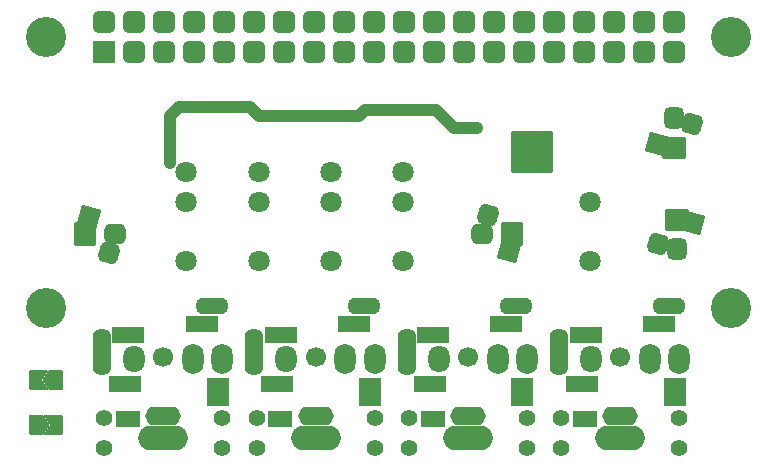
<source format=gts>
%TF.GenerationSoftware,KiCad,Pcbnew,7.0.9-7.0.9~ubuntu22.04.1*%
%TF.CreationDate,2023-12-11T10:38:12-03:00*%
%TF.ProjectId,WM_RB-HAT,574d5f52-422d-4484-9154-2e6b69636164,rev?*%
%TF.SameCoordinates,Original*%
%TF.FileFunction,Soldermask,Top*%
%TF.FilePolarity,Negative*%
%FSLAX46Y46*%
G04 Gerber Fmt 4.6, Leading zero omitted, Abs format (unit mm)*
G04 Created by KiCad (PCBNEW 7.0.9-7.0.9~ubuntu22.04.1) date 2023-12-11 10:38:12*
%MOMM*%
%LPD*%
G01*
G04 APERTURE LIST*
G04 Aperture macros list*
%AMRoundRect*
0 Rectangle with rounded corners*
0 $1 Rounding radius*
0 $2 $3 $4 $5 $6 $7 $8 $9 X,Y pos of 4 corners*
0 Add a 4 corners polygon primitive as box body*
4,1,4,$2,$3,$4,$5,$6,$7,$8,$9,$2,$3,0*
0 Add four circle primitives for the rounded corners*
1,1,$1+$1,$2,$3*
1,1,$1+$1,$4,$5*
1,1,$1+$1,$6,$7*
1,1,$1+$1,$8,$9*
0 Add four rect primitives between the rounded corners*
20,1,$1+$1,$2,$3,$4,$5,0*
20,1,$1+$1,$4,$5,$6,$7,0*
20,1,$1+$1,$6,$7,$8,$9,0*
20,1,$1+$1,$8,$9,$2,$3,0*%
%AMFreePoly0*
4,1,18,0.758779,0.830902,0.783205,0.805470,1.283205,0.055470,1.299919,-0.004031,1.283205,-0.055470,0.783205,-0.805470,0.734710,-0.843783,0.700000,-0.850000,-0.300000,-0.850000,-0.358779,-0.830902,-0.395106,-0.780902,-0.400000,-0.750000,-0.400000,0.750000,-0.380902,0.808779,-0.330902,0.845106,-0.300000,0.850000,0.700000,0.850000,0.758779,0.830902,0.758779,0.830902,$1*%
%AMFreePoly1*
4,1,20,0.258779,0.830902,0.295106,0.780902,0.300000,0.750000,0.300000,-0.750000,0.280902,-0.808779,0.230902,-0.845106,0.200000,-0.850000,-1.150000,-0.850000,-1.208779,-0.830902,-1.245106,-0.780902,-1.245106,-0.719098,-1.233205,-0.694530,-0.770185,0.000000,-1.233205,0.694530,-1.249919,0.754031,-1.228467,0.811992,-1.177043,0.846274,-1.150000,0.850000,0.200000,0.850000,0.258779,0.830902,
0.258779,0.830902,$1*%
G04 Aperture macros list end*
%ADD10C,1.000000*%
%ADD11C,1.400000*%
%ADD12C,1.700000*%
%ADD13O,1.600000X4.000000*%
%ADD14RoundRect,0.100000X1.250000X-0.600000X1.250000X0.600000X-1.250000X0.600000X-1.250000X-0.600000X0*%
%ADD15RoundRect,0.100000X0.950000X-0.600000X0.950000X0.600000X-0.950000X0.600000X-0.950000X-0.600000X0*%
%ADD16O,1.800000X2.300000*%
%ADD17O,3.000000X1.600000*%
%ADD18O,4.200000X2.100000*%
%ADD19RoundRect,0.100000X0.850000X-1.100000X0.850000X1.100000X-0.850000X1.100000X-0.850000X-1.100000X0*%
%ADD20O,1.800000X2.600000*%
%ADD21O,2.800000X1.400000*%
%ADD22C,1.800000*%
%ADD23C,3.400000*%
%ADD24FreePoly0,180.000000*%
%ADD25FreePoly1,180.000000*%
%ADD26RoundRect,0.100000X0.800000X0.900000X-0.800000X0.900000X-0.800000X-0.900000X0.800000X-0.900000X0*%
%ADD27RoundRect,0.100000X0.918559X0.530330X-0.530330X0.918559X-0.918559X-0.530330X0.530330X-0.918559X0*%
%ADD28RoundRect,0.475000X0.459279X0.265165X-0.265165X0.459279X-0.459279X-0.265165X0.265165X-0.459279X0*%
%ADD29RoundRect,0.475000X0.425000X0.375000X-0.425000X0.375000X-0.425000X-0.375000X0.425000X-0.375000X0*%
%ADD30FreePoly0,0.000000*%
%ADD31FreePoly1,0.000000*%
%ADD32RoundRect,0.100000X0.900000X-0.800000X0.900000X0.800000X-0.900000X0.800000X-0.900000X-0.800000X0*%
%ADD33RoundRect,0.100000X0.530330X-0.918559X0.918559X0.530330X-0.530330X0.918559X-0.918559X-0.530330X0*%
%ADD34RoundRect,0.475000X0.265165X-0.459279X0.459279X0.265165X-0.265165X0.459279X-0.459279X-0.265165X0*%
%ADD35RoundRect,0.475000X0.375000X-0.425000X0.375000X0.425000X-0.375000X0.425000X-0.375000X-0.425000X0*%
%ADD36RoundRect,0.100000X-0.900000X0.800000X-0.900000X-0.800000X0.900000X-0.800000X0.900000X0.800000X0*%
%ADD37RoundRect,0.100000X-0.530330X0.918559X-0.918559X-0.530330X0.530330X-0.918559X0.918559X0.530330X0*%
%ADD38RoundRect,0.475000X-0.265165X0.459279X-0.459279X-0.265165X0.265165X-0.459279X0.459279X0.265165X0*%
%ADD39RoundRect,0.475000X-0.375000X0.425000X-0.375000X-0.425000X0.375000X-0.425000X0.375000X0.425000X0*%
%ADD40RoundRect,0.100000X-0.800000X-0.900000X0.800000X-0.900000X0.800000X0.900000X-0.800000X0.900000X0*%
%ADD41RoundRect,0.100000X-0.918559X-0.530330X0.530330X-0.918559X0.918559X0.530330X-0.530330X0.918559X0*%
%ADD42RoundRect,0.475000X-0.459279X-0.265165X0.265165X-0.459279X0.459279X0.265165X-0.265165X0.459279X0*%
%ADD43RoundRect,0.475000X-0.425000X-0.375000X0.425000X-0.375000X0.425000X0.375000X-0.425000X0.375000X0*%
%ADD44RoundRect,0.100000X-0.850000X0.850000X-0.850000X-0.850000X0.850000X-0.850000X0.850000X0.850000X0*%
%ADD45RoundRect,0.525000X-0.425000X0.425000X-0.425000X-0.425000X0.425000X-0.425000X0.425000X0.425000X0*%
%ADD46C,1.100000*%
%ADD47RoundRect,0.100000X-1.650000X-1.650000X1.650000X-1.650000X1.650000X1.650000X-1.650000X1.650000X0*%
G04 APERTURE END LIST*
D10*
X116500000Y-72000000D02*
X115000000Y-70500000D01*
X109000000Y-70500000D02*
X108500000Y-71000000D01*
X99250000Y-70250000D02*
X93250000Y-70250000D01*
X108500000Y-71000000D02*
X100000000Y-71000000D01*
X118500000Y-72000000D02*
X116500000Y-72000000D01*
X100000000Y-71000000D02*
X99250000Y-70250000D01*
X92500000Y-71000000D02*
X92500000Y-75000000D01*
X93250000Y-70250000D02*
X92500000Y-71000000D01*
X115000000Y-70500000D02*
X109000000Y-70500000D01*
D11*
%TO.C,J2*%
X125600000Y-96600000D03*
X125600000Y-99100000D03*
D12*
X130600000Y-91400000D03*
D11*
X135600000Y-96600000D03*
X135600000Y-99100000D03*
D13*
X125400000Y-91000000D03*
D14*
X127350000Y-93700000D03*
D15*
X127600000Y-96700000D03*
D16*
X128100000Y-91600000D03*
D17*
X130600000Y-96400000D03*
D18*
X130600000Y-98300000D03*
D14*
X133850000Y-88650000D03*
X127650000Y-89600000D03*
D19*
X135200000Y-94400000D03*
D20*
X135600000Y-91600000D03*
X133100000Y-91600000D03*
D21*
X134700000Y-87100000D03*
%TD*%
D11*
%TO.C,J1*%
X86900000Y-96600000D03*
X86900000Y-99100000D03*
D12*
X91900000Y-91400000D03*
D11*
X96900000Y-96600000D03*
X96900000Y-99100000D03*
D13*
X86700000Y-91000000D03*
D14*
X88650000Y-93700000D03*
D15*
X88900000Y-96700000D03*
D16*
X89400000Y-91600000D03*
D17*
X91900000Y-96400000D03*
D18*
X91900000Y-98300000D03*
D14*
X95150000Y-88650000D03*
X88950000Y-89600000D03*
D19*
X96500000Y-94400000D03*
D20*
X96900000Y-91600000D03*
X94400000Y-91600000D03*
D21*
X96000000Y-87100000D03*
%TD*%
D22*
%TO.C,C37*%
X100000000Y-83300000D03*
X100000000Y-78300000D03*
X100000000Y-75800000D03*
%TD*%
D23*
%TO.C,H5*%
X82000000Y-87300000D03*
%TD*%
%TO.C,H1*%
X82000000Y-64300000D03*
%TD*%
D24*
%TO.C,JP1*%
X83025000Y-93400000D03*
D25*
X80875000Y-93400000D03*
%TD*%
D22*
%TO.C,C38*%
X106100000Y-83300000D03*
X106100000Y-78300000D03*
X106100000Y-75800000D03*
%TD*%
D26*
%TO.C,CP4*%
X121402651Y-81000000D03*
D27*
X121136494Y-82420264D03*
D28*
X119363324Y-79419756D03*
D29*
X118902651Y-81000000D03*
%TD*%
D11*
%TO.C,J5*%
X112700000Y-96600000D03*
X112700000Y-99100000D03*
D12*
X117700000Y-91400000D03*
D11*
X122700000Y-96600000D03*
X122700000Y-99100000D03*
D13*
X112500000Y-91000000D03*
D14*
X114450000Y-93700000D03*
D15*
X114700000Y-96700000D03*
D16*
X115200000Y-91600000D03*
D17*
X117700000Y-96400000D03*
D18*
X117700000Y-98300000D03*
D14*
X120950000Y-88650000D03*
X114750000Y-89600000D03*
D19*
X122300000Y-94400000D03*
D20*
X122700000Y-91600000D03*
X120200000Y-91600000D03*
D21*
X121800000Y-87100000D03*
%TD*%
D30*
%TO.C,JP3*%
X80950000Y-97200000D03*
D31*
X83100000Y-97200000D03*
%TD*%
D22*
%TO.C,C19*%
X112200000Y-83300000D03*
X112200000Y-78300000D03*
X112200000Y-75800000D03*
%TD*%
D32*
%TO.C,CP2*%
X135100000Y-73700000D03*
D33*
X133679736Y-73433843D03*
D34*
X136680244Y-71660673D03*
D35*
X135100000Y-71200000D03*
%TD*%
D22*
%TO.C,C36*%
X128000000Y-78300000D03*
X128000000Y-83300000D03*
%TD*%
D36*
%TO.C,CP1*%
X135350000Y-79800000D03*
D37*
X136770264Y-80066157D03*
D38*
X133769756Y-81839327D03*
D39*
X135350000Y-82300000D03*
%TD*%
D23*
%TO.C,H6*%
X140000000Y-87300000D03*
%TD*%
%TO.C,H2*%
X140000000Y-64300000D03*
%TD*%
D22*
%TO.C,C18*%
X93850000Y-83300000D03*
X93850000Y-78300000D03*
X93850000Y-75800000D03*
%TD*%
D40*
%TO.C,CP3*%
X85300000Y-81019756D03*
D41*
X85566157Y-79599492D03*
D42*
X87339327Y-82600000D03*
D43*
X87800000Y-81019756D03*
%TD*%
D11*
%TO.C,J7*%
X99800000Y-96600000D03*
X99800000Y-99100000D03*
D12*
X104800000Y-91400000D03*
D11*
X109800000Y-96600000D03*
X109800000Y-99100000D03*
D13*
X99600000Y-91000000D03*
D14*
X101550000Y-93700000D03*
D15*
X101800000Y-96700000D03*
D16*
X102300000Y-91600000D03*
D17*
X104800000Y-96400000D03*
D18*
X104800000Y-98300000D03*
D14*
X108050000Y-88650000D03*
X101850000Y-89600000D03*
D19*
X109400000Y-94400000D03*
D20*
X109800000Y-91600000D03*
X107300000Y-91600000D03*
D21*
X108900000Y-87100000D03*
%TD*%
D44*
%TO.C,J3*%
X86900000Y-65590000D03*
D45*
X86900000Y-63050000D03*
X89440000Y-65590000D03*
X89440000Y-63050000D03*
X91980000Y-65590000D03*
X91980000Y-63050000D03*
X94520000Y-65590000D03*
X94520000Y-63050000D03*
X97060000Y-65590000D03*
X97060000Y-63050000D03*
X99600000Y-65590000D03*
X99600000Y-63050000D03*
X102140000Y-65590000D03*
X102140000Y-63050000D03*
X104680000Y-65590000D03*
X104680000Y-63050000D03*
X107220000Y-65590000D03*
X107220000Y-63050000D03*
X109760000Y-65590000D03*
X109760000Y-63050000D03*
X112300000Y-65590000D03*
X112300000Y-63050000D03*
X114840000Y-65590000D03*
X114840000Y-63050000D03*
X117380000Y-65590000D03*
X117380000Y-63050000D03*
X119920000Y-65590000D03*
X119920000Y-63050000D03*
X122460000Y-65590000D03*
X122460000Y-63050000D03*
X125000000Y-65590000D03*
X125000000Y-63050000D03*
X127540000Y-65590000D03*
X127540000Y-63050000D03*
X130080000Y-65590000D03*
X130080000Y-63050000D03*
X132620000Y-65590000D03*
X132620000Y-63050000D03*
X135160000Y-65590000D03*
X135160000Y-63050000D03*
%TD*%
D46*
%TO.C,U1*%
X122100000Y-73100000D03*
X122100000Y-74100000D03*
X122100000Y-75100000D03*
X123100000Y-73100000D03*
X123100000Y-74100000D03*
D47*
X123100000Y-74100000D03*
D46*
X123100000Y-75100000D03*
X124100000Y-73100000D03*
X124100000Y-74100000D03*
X124100000Y-75100000D03*
%TD*%
M02*

</source>
